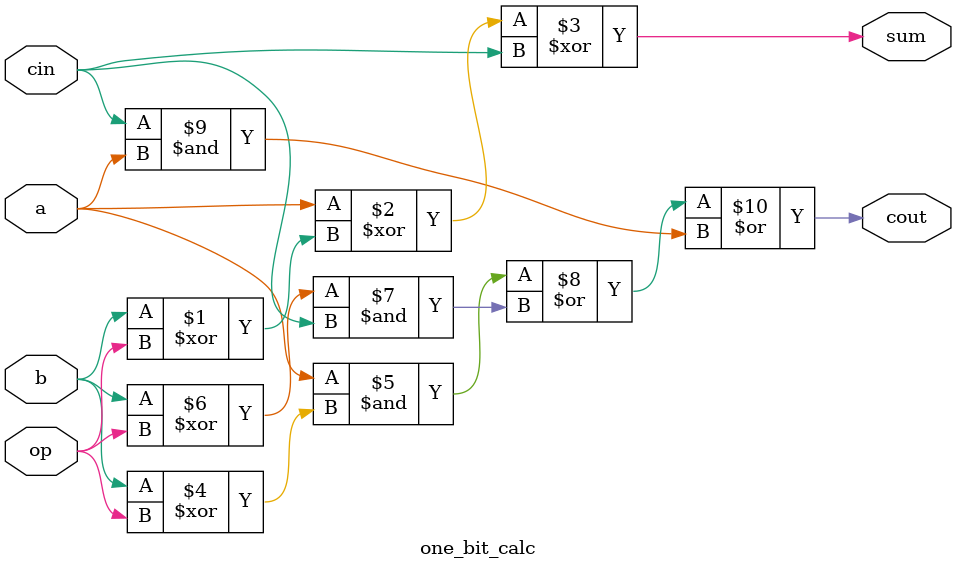
<source format=v>
`timescale 1ns / 1ps
module one_bit_calc(a,b,cin,op,sum,cout);
	input a;
	input b;
	input cin;
	input op;
	
	output sum;
	output cout;
	
	wire sum;
	wire cout;

	assign sum = a^(b^op)^cin;
	assign cout = (a&(b^op))|((b^op)&cin)|(cin&a);
endmodule

</source>
